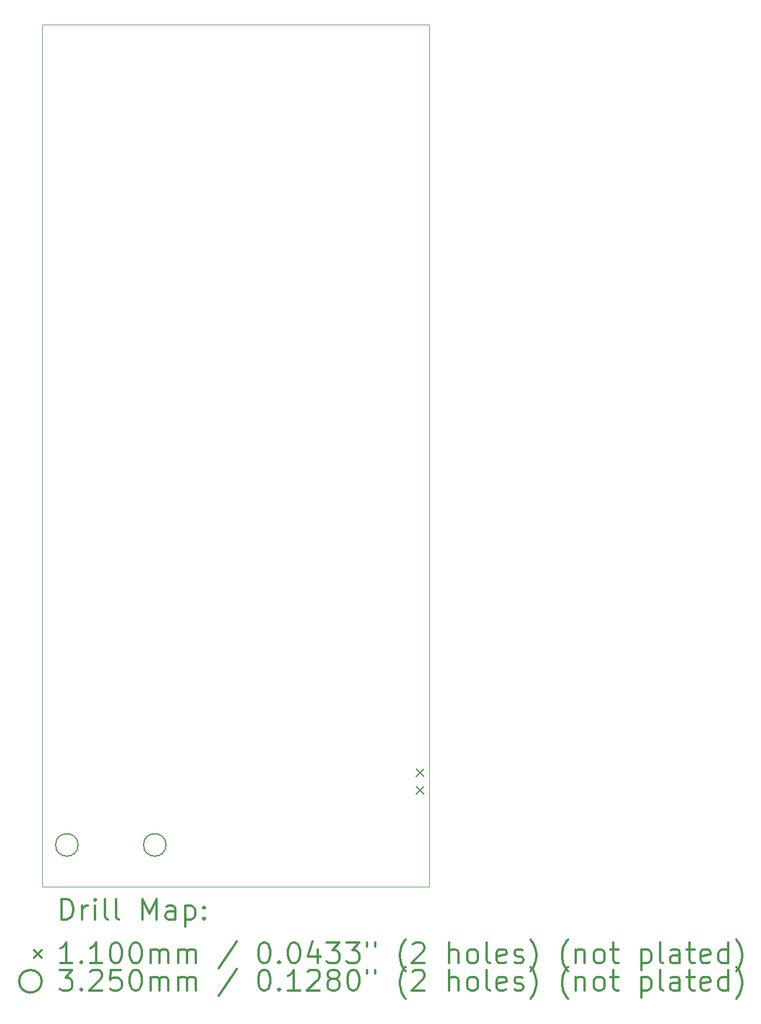
<source format=gbr>
%FSLAX45Y45*%
G04 Gerber Fmt 4.5, Leading zero omitted, Abs format (unit mm)*
G04 Created by KiCad (PCBNEW (5.1.10-1-10_14)) date 2021-11-12 14:24:27*
%MOMM*%
%LPD*%
G01*
G04 APERTURE LIST*
%TA.AperFunction,Profile*%
%ADD10C,0.100000*%
%TD*%
%ADD11C,0.200000*%
%ADD12C,0.300000*%
G04 APERTURE END LIST*
D10*
X10668000Y-4064000D02*
X10668000Y-16510000D01*
X5080000Y-4064000D02*
X10668000Y-4064000D01*
X5080000Y-16510000D02*
X5080000Y-4064000D01*
X5080000Y-16510000D02*
X10668000Y-16510000D01*
D11*
X10486000Y-14804000D02*
X10596000Y-14914000D01*
X10596000Y-14804000D02*
X10486000Y-14914000D01*
X10486000Y-15058000D02*
X10596000Y-15168000D01*
X10596000Y-15058000D02*
X10486000Y-15168000D01*
X5600500Y-15903000D02*
G75*
G03*
X5600500Y-15903000I-162500J0D01*
G01*
X6870500Y-15903000D02*
G75*
G03*
X6870500Y-15903000I-162500J0D01*
G01*
D12*
X5361428Y-16980714D02*
X5361428Y-16680714D01*
X5432857Y-16680714D01*
X5475714Y-16695000D01*
X5504286Y-16723571D01*
X5518571Y-16752143D01*
X5532857Y-16809286D01*
X5532857Y-16852143D01*
X5518571Y-16909286D01*
X5504286Y-16937857D01*
X5475714Y-16966429D01*
X5432857Y-16980714D01*
X5361428Y-16980714D01*
X5661428Y-16980714D02*
X5661428Y-16780714D01*
X5661428Y-16837857D02*
X5675714Y-16809286D01*
X5690000Y-16795000D01*
X5718571Y-16780714D01*
X5747143Y-16780714D01*
X5847143Y-16980714D02*
X5847143Y-16780714D01*
X5847143Y-16680714D02*
X5832857Y-16695000D01*
X5847143Y-16709286D01*
X5861428Y-16695000D01*
X5847143Y-16680714D01*
X5847143Y-16709286D01*
X6032857Y-16980714D02*
X6004286Y-16966429D01*
X5990000Y-16937857D01*
X5990000Y-16680714D01*
X6190000Y-16980714D02*
X6161428Y-16966429D01*
X6147143Y-16937857D01*
X6147143Y-16680714D01*
X6532857Y-16980714D02*
X6532857Y-16680714D01*
X6632857Y-16895000D01*
X6732857Y-16680714D01*
X6732857Y-16980714D01*
X7004286Y-16980714D02*
X7004286Y-16823572D01*
X6990000Y-16795000D01*
X6961428Y-16780714D01*
X6904286Y-16780714D01*
X6875714Y-16795000D01*
X7004286Y-16966429D02*
X6975714Y-16980714D01*
X6904286Y-16980714D01*
X6875714Y-16966429D01*
X6861428Y-16937857D01*
X6861428Y-16909286D01*
X6875714Y-16880714D01*
X6904286Y-16866429D01*
X6975714Y-16866429D01*
X7004286Y-16852143D01*
X7147143Y-16780714D02*
X7147143Y-17080714D01*
X7147143Y-16795000D02*
X7175714Y-16780714D01*
X7232857Y-16780714D01*
X7261428Y-16795000D01*
X7275714Y-16809286D01*
X7290000Y-16837857D01*
X7290000Y-16923572D01*
X7275714Y-16952143D01*
X7261428Y-16966429D01*
X7232857Y-16980714D01*
X7175714Y-16980714D01*
X7147143Y-16966429D01*
X7418571Y-16952143D02*
X7432857Y-16966429D01*
X7418571Y-16980714D01*
X7404286Y-16966429D01*
X7418571Y-16952143D01*
X7418571Y-16980714D01*
X7418571Y-16795000D02*
X7432857Y-16809286D01*
X7418571Y-16823572D01*
X7404286Y-16809286D01*
X7418571Y-16795000D01*
X7418571Y-16823572D01*
X4965000Y-17420000D02*
X5075000Y-17530000D01*
X5075000Y-17420000D02*
X4965000Y-17530000D01*
X5518571Y-17610714D02*
X5347143Y-17610714D01*
X5432857Y-17610714D02*
X5432857Y-17310714D01*
X5404286Y-17353572D01*
X5375714Y-17382143D01*
X5347143Y-17396429D01*
X5647143Y-17582143D02*
X5661428Y-17596429D01*
X5647143Y-17610714D01*
X5632857Y-17596429D01*
X5647143Y-17582143D01*
X5647143Y-17610714D01*
X5947143Y-17610714D02*
X5775714Y-17610714D01*
X5861428Y-17610714D02*
X5861428Y-17310714D01*
X5832857Y-17353572D01*
X5804286Y-17382143D01*
X5775714Y-17396429D01*
X6132857Y-17310714D02*
X6161428Y-17310714D01*
X6190000Y-17325000D01*
X6204286Y-17339286D01*
X6218571Y-17367857D01*
X6232857Y-17425000D01*
X6232857Y-17496429D01*
X6218571Y-17553572D01*
X6204286Y-17582143D01*
X6190000Y-17596429D01*
X6161428Y-17610714D01*
X6132857Y-17610714D01*
X6104286Y-17596429D01*
X6090000Y-17582143D01*
X6075714Y-17553572D01*
X6061428Y-17496429D01*
X6061428Y-17425000D01*
X6075714Y-17367857D01*
X6090000Y-17339286D01*
X6104286Y-17325000D01*
X6132857Y-17310714D01*
X6418571Y-17310714D02*
X6447143Y-17310714D01*
X6475714Y-17325000D01*
X6490000Y-17339286D01*
X6504286Y-17367857D01*
X6518571Y-17425000D01*
X6518571Y-17496429D01*
X6504286Y-17553572D01*
X6490000Y-17582143D01*
X6475714Y-17596429D01*
X6447143Y-17610714D01*
X6418571Y-17610714D01*
X6390000Y-17596429D01*
X6375714Y-17582143D01*
X6361428Y-17553572D01*
X6347143Y-17496429D01*
X6347143Y-17425000D01*
X6361428Y-17367857D01*
X6375714Y-17339286D01*
X6390000Y-17325000D01*
X6418571Y-17310714D01*
X6647143Y-17610714D02*
X6647143Y-17410714D01*
X6647143Y-17439286D02*
X6661428Y-17425000D01*
X6690000Y-17410714D01*
X6732857Y-17410714D01*
X6761428Y-17425000D01*
X6775714Y-17453572D01*
X6775714Y-17610714D01*
X6775714Y-17453572D02*
X6790000Y-17425000D01*
X6818571Y-17410714D01*
X6861428Y-17410714D01*
X6890000Y-17425000D01*
X6904286Y-17453572D01*
X6904286Y-17610714D01*
X7047143Y-17610714D02*
X7047143Y-17410714D01*
X7047143Y-17439286D02*
X7061428Y-17425000D01*
X7090000Y-17410714D01*
X7132857Y-17410714D01*
X7161428Y-17425000D01*
X7175714Y-17453572D01*
X7175714Y-17610714D01*
X7175714Y-17453572D02*
X7190000Y-17425000D01*
X7218571Y-17410714D01*
X7261428Y-17410714D01*
X7290000Y-17425000D01*
X7304286Y-17453572D01*
X7304286Y-17610714D01*
X7890000Y-17296429D02*
X7632857Y-17682143D01*
X8275714Y-17310714D02*
X8304286Y-17310714D01*
X8332857Y-17325000D01*
X8347143Y-17339286D01*
X8361428Y-17367857D01*
X8375714Y-17425000D01*
X8375714Y-17496429D01*
X8361428Y-17553572D01*
X8347143Y-17582143D01*
X8332857Y-17596429D01*
X8304286Y-17610714D01*
X8275714Y-17610714D01*
X8247143Y-17596429D01*
X8232857Y-17582143D01*
X8218571Y-17553572D01*
X8204286Y-17496429D01*
X8204286Y-17425000D01*
X8218571Y-17367857D01*
X8232857Y-17339286D01*
X8247143Y-17325000D01*
X8275714Y-17310714D01*
X8504286Y-17582143D02*
X8518571Y-17596429D01*
X8504286Y-17610714D01*
X8490000Y-17596429D01*
X8504286Y-17582143D01*
X8504286Y-17610714D01*
X8704286Y-17310714D02*
X8732857Y-17310714D01*
X8761428Y-17325000D01*
X8775714Y-17339286D01*
X8790000Y-17367857D01*
X8804286Y-17425000D01*
X8804286Y-17496429D01*
X8790000Y-17553572D01*
X8775714Y-17582143D01*
X8761428Y-17596429D01*
X8732857Y-17610714D01*
X8704286Y-17610714D01*
X8675714Y-17596429D01*
X8661428Y-17582143D01*
X8647143Y-17553572D01*
X8632857Y-17496429D01*
X8632857Y-17425000D01*
X8647143Y-17367857D01*
X8661428Y-17339286D01*
X8675714Y-17325000D01*
X8704286Y-17310714D01*
X9061428Y-17410714D02*
X9061428Y-17610714D01*
X8990000Y-17296429D02*
X8918571Y-17510714D01*
X9104286Y-17510714D01*
X9190000Y-17310714D02*
X9375714Y-17310714D01*
X9275714Y-17425000D01*
X9318571Y-17425000D01*
X9347143Y-17439286D01*
X9361428Y-17453572D01*
X9375714Y-17482143D01*
X9375714Y-17553572D01*
X9361428Y-17582143D01*
X9347143Y-17596429D01*
X9318571Y-17610714D01*
X9232857Y-17610714D01*
X9204286Y-17596429D01*
X9190000Y-17582143D01*
X9475714Y-17310714D02*
X9661428Y-17310714D01*
X9561428Y-17425000D01*
X9604286Y-17425000D01*
X9632857Y-17439286D01*
X9647143Y-17453572D01*
X9661428Y-17482143D01*
X9661428Y-17553572D01*
X9647143Y-17582143D01*
X9632857Y-17596429D01*
X9604286Y-17610714D01*
X9518571Y-17610714D01*
X9490000Y-17596429D01*
X9475714Y-17582143D01*
X9775714Y-17310714D02*
X9775714Y-17367857D01*
X9890000Y-17310714D02*
X9890000Y-17367857D01*
X10332857Y-17725000D02*
X10318571Y-17710714D01*
X10290000Y-17667857D01*
X10275714Y-17639286D01*
X10261428Y-17596429D01*
X10247143Y-17525000D01*
X10247143Y-17467857D01*
X10261428Y-17396429D01*
X10275714Y-17353572D01*
X10290000Y-17325000D01*
X10318571Y-17282143D01*
X10332857Y-17267857D01*
X10432857Y-17339286D02*
X10447143Y-17325000D01*
X10475714Y-17310714D01*
X10547143Y-17310714D01*
X10575714Y-17325000D01*
X10590000Y-17339286D01*
X10604286Y-17367857D01*
X10604286Y-17396429D01*
X10590000Y-17439286D01*
X10418571Y-17610714D01*
X10604286Y-17610714D01*
X10961428Y-17610714D02*
X10961428Y-17310714D01*
X11090000Y-17610714D02*
X11090000Y-17453572D01*
X11075714Y-17425000D01*
X11047143Y-17410714D01*
X11004286Y-17410714D01*
X10975714Y-17425000D01*
X10961428Y-17439286D01*
X11275714Y-17610714D02*
X11247143Y-17596429D01*
X11232857Y-17582143D01*
X11218571Y-17553572D01*
X11218571Y-17467857D01*
X11232857Y-17439286D01*
X11247143Y-17425000D01*
X11275714Y-17410714D01*
X11318571Y-17410714D01*
X11347143Y-17425000D01*
X11361428Y-17439286D01*
X11375714Y-17467857D01*
X11375714Y-17553572D01*
X11361428Y-17582143D01*
X11347143Y-17596429D01*
X11318571Y-17610714D01*
X11275714Y-17610714D01*
X11547143Y-17610714D02*
X11518571Y-17596429D01*
X11504286Y-17567857D01*
X11504286Y-17310714D01*
X11775714Y-17596429D02*
X11747143Y-17610714D01*
X11690000Y-17610714D01*
X11661428Y-17596429D01*
X11647143Y-17567857D01*
X11647143Y-17453572D01*
X11661428Y-17425000D01*
X11690000Y-17410714D01*
X11747143Y-17410714D01*
X11775714Y-17425000D01*
X11790000Y-17453572D01*
X11790000Y-17482143D01*
X11647143Y-17510714D01*
X11904286Y-17596429D02*
X11932857Y-17610714D01*
X11990000Y-17610714D01*
X12018571Y-17596429D01*
X12032857Y-17567857D01*
X12032857Y-17553572D01*
X12018571Y-17525000D01*
X11990000Y-17510714D01*
X11947143Y-17510714D01*
X11918571Y-17496429D01*
X11904286Y-17467857D01*
X11904286Y-17453572D01*
X11918571Y-17425000D01*
X11947143Y-17410714D01*
X11990000Y-17410714D01*
X12018571Y-17425000D01*
X12132857Y-17725000D02*
X12147143Y-17710714D01*
X12175714Y-17667857D01*
X12190000Y-17639286D01*
X12204286Y-17596429D01*
X12218571Y-17525000D01*
X12218571Y-17467857D01*
X12204286Y-17396429D01*
X12190000Y-17353572D01*
X12175714Y-17325000D01*
X12147143Y-17282143D01*
X12132857Y-17267857D01*
X12675714Y-17725000D02*
X12661428Y-17710714D01*
X12632857Y-17667857D01*
X12618571Y-17639286D01*
X12604286Y-17596429D01*
X12590000Y-17525000D01*
X12590000Y-17467857D01*
X12604286Y-17396429D01*
X12618571Y-17353572D01*
X12632857Y-17325000D01*
X12661428Y-17282143D01*
X12675714Y-17267857D01*
X12790000Y-17410714D02*
X12790000Y-17610714D01*
X12790000Y-17439286D02*
X12804286Y-17425000D01*
X12832857Y-17410714D01*
X12875714Y-17410714D01*
X12904286Y-17425000D01*
X12918571Y-17453572D01*
X12918571Y-17610714D01*
X13104286Y-17610714D02*
X13075714Y-17596429D01*
X13061428Y-17582143D01*
X13047143Y-17553572D01*
X13047143Y-17467857D01*
X13061428Y-17439286D01*
X13075714Y-17425000D01*
X13104286Y-17410714D01*
X13147143Y-17410714D01*
X13175714Y-17425000D01*
X13190000Y-17439286D01*
X13204286Y-17467857D01*
X13204286Y-17553572D01*
X13190000Y-17582143D01*
X13175714Y-17596429D01*
X13147143Y-17610714D01*
X13104286Y-17610714D01*
X13290000Y-17410714D02*
X13404286Y-17410714D01*
X13332857Y-17310714D02*
X13332857Y-17567857D01*
X13347143Y-17596429D01*
X13375714Y-17610714D01*
X13404286Y-17610714D01*
X13732857Y-17410714D02*
X13732857Y-17710714D01*
X13732857Y-17425000D02*
X13761428Y-17410714D01*
X13818571Y-17410714D01*
X13847143Y-17425000D01*
X13861428Y-17439286D01*
X13875714Y-17467857D01*
X13875714Y-17553572D01*
X13861428Y-17582143D01*
X13847143Y-17596429D01*
X13818571Y-17610714D01*
X13761428Y-17610714D01*
X13732857Y-17596429D01*
X14047143Y-17610714D02*
X14018571Y-17596429D01*
X14004286Y-17567857D01*
X14004286Y-17310714D01*
X14290000Y-17610714D02*
X14290000Y-17453572D01*
X14275714Y-17425000D01*
X14247143Y-17410714D01*
X14190000Y-17410714D01*
X14161428Y-17425000D01*
X14290000Y-17596429D02*
X14261428Y-17610714D01*
X14190000Y-17610714D01*
X14161428Y-17596429D01*
X14147143Y-17567857D01*
X14147143Y-17539286D01*
X14161428Y-17510714D01*
X14190000Y-17496429D01*
X14261428Y-17496429D01*
X14290000Y-17482143D01*
X14390000Y-17410714D02*
X14504286Y-17410714D01*
X14432857Y-17310714D02*
X14432857Y-17567857D01*
X14447143Y-17596429D01*
X14475714Y-17610714D01*
X14504286Y-17610714D01*
X14718571Y-17596429D02*
X14690000Y-17610714D01*
X14632857Y-17610714D01*
X14604286Y-17596429D01*
X14590000Y-17567857D01*
X14590000Y-17453572D01*
X14604286Y-17425000D01*
X14632857Y-17410714D01*
X14690000Y-17410714D01*
X14718571Y-17425000D01*
X14732857Y-17453572D01*
X14732857Y-17482143D01*
X14590000Y-17510714D01*
X14990000Y-17610714D02*
X14990000Y-17310714D01*
X14990000Y-17596429D02*
X14961428Y-17610714D01*
X14904286Y-17610714D01*
X14875714Y-17596429D01*
X14861428Y-17582143D01*
X14847143Y-17553572D01*
X14847143Y-17467857D01*
X14861428Y-17439286D01*
X14875714Y-17425000D01*
X14904286Y-17410714D01*
X14961428Y-17410714D01*
X14990000Y-17425000D01*
X15104286Y-17725000D02*
X15118571Y-17710714D01*
X15147143Y-17667857D01*
X15161428Y-17639286D01*
X15175714Y-17596429D01*
X15190000Y-17525000D01*
X15190000Y-17467857D01*
X15175714Y-17396429D01*
X15161428Y-17353572D01*
X15147143Y-17325000D01*
X15118571Y-17282143D01*
X15104286Y-17267857D01*
X5075000Y-17871000D02*
G75*
G03*
X5075000Y-17871000I-162500J0D01*
G01*
X5332857Y-17706714D02*
X5518571Y-17706714D01*
X5418571Y-17821000D01*
X5461428Y-17821000D01*
X5490000Y-17835286D01*
X5504286Y-17849572D01*
X5518571Y-17878143D01*
X5518571Y-17949572D01*
X5504286Y-17978143D01*
X5490000Y-17992429D01*
X5461428Y-18006714D01*
X5375714Y-18006714D01*
X5347143Y-17992429D01*
X5332857Y-17978143D01*
X5647143Y-17978143D02*
X5661428Y-17992429D01*
X5647143Y-18006714D01*
X5632857Y-17992429D01*
X5647143Y-17978143D01*
X5647143Y-18006714D01*
X5775714Y-17735286D02*
X5790000Y-17721000D01*
X5818571Y-17706714D01*
X5890000Y-17706714D01*
X5918571Y-17721000D01*
X5932857Y-17735286D01*
X5947143Y-17763857D01*
X5947143Y-17792429D01*
X5932857Y-17835286D01*
X5761428Y-18006714D01*
X5947143Y-18006714D01*
X6218571Y-17706714D02*
X6075714Y-17706714D01*
X6061428Y-17849572D01*
X6075714Y-17835286D01*
X6104286Y-17821000D01*
X6175714Y-17821000D01*
X6204286Y-17835286D01*
X6218571Y-17849572D01*
X6232857Y-17878143D01*
X6232857Y-17949572D01*
X6218571Y-17978143D01*
X6204286Y-17992429D01*
X6175714Y-18006714D01*
X6104286Y-18006714D01*
X6075714Y-17992429D01*
X6061428Y-17978143D01*
X6418571Y-17706714D02*
X6447143Y-17706714D01*
X6475714Y-17721000D01*
X6490000Y-17735286D01*
X6504286Y-17763857D01*
X6518571Y-17821000D01*
X6518571Y-17892429D01*
X6504286Y-17949572D01*
X6490000Y-17978143D01*
X6475714Y-17992429D01*
X6447143Y-18006714D01*
X6418571Y-18006714D01*
X6390000Y-17992429D01*
X6375714Y-17978143D01*
X6361428Y-17949572D01*
X6347143Y-17892429D01*
X6347143Y-17821000D01*
X6361428Y-17763857D01*
X6375714Y-17735286D01*
X6390000Y-17721000D01*
X6418571Y-17706714D01*
X6647143Y-18006714D02*
X6647143Y-17806714D01*
X6647143Y-17835286D02*
X6661428Y-17821000D01*
X6690000Y-17806714D01*
X6732857Y-17806714D01*
X6761428Y-17821000D01*
X6775714Y-17849572D01*
X6775714Y-18006714D01*
X6775714Y-17849572D02*
X6790000Y-17821000D01*
X6818571Y-17806714D01*
X6861428Y-17806714D01*
X6890000Y-17821000D01*
X6904286Y-17849572D01*
X6904286Y-18006714D01*
X7047143Y-18006714D02*
X7047143Y-17806714D01*
X7047143Y-17835286D02*
X7061428Y-17821000D01*
X7090000Y-17806714D01*
X7132857Y-17806714D01*
X7161428Y-17821000D01*
X7175714Y-17849572D01*
X7175714Y-18006714D01*
X7175714Y-17849572D02*
X7190000Y-17821000D01*
X7218571Y-17806714D01*
X7261428Y-17806714D01*
X7290000Y-17821000D01*
X7304286Y-17849572D01*
X7304286Y-18006714D01*
X7890000Y-17692429D02*
X7632857Y-18078143D01*
X8275714Y-17706714D02*
X8304286Y-17706714D01*
X8332857Y-17721000D01*
X8347143Y-17735286D01*
X8361428Y-17763857D01*
X8375714Y-17821000D01*
X8375714Y-17892429D01*
X8361428Y-17949572D01*
X8347143Y-17978143D01*
X8332857Y-17992429D01*
X8304286Y-18006714D01*
X8275714Y-18006714D01*
X8247143Y-17992429D01*
X8232857Y-17978143D01*
X8218571Y-17949572D01*
X8204286Y-17892429D01*
X8204286Y-17821000D01*
X8218571Y-17763857D01*
X8232857Y-17735286D01*
X8247143Y-17721000D01*
X8275714Y-17706714D01*
X8504286Y-17978143D02*
X8518571Y-17992429D01*
X8504286Y-18006714D01*
X8490000Y-17992429D01*
X8504286Y-17978143D01*
X8504286Y-18006714D01*
X8804286Y-18006714D02*
X8632857Y-18006714D01*
X8718571Y-18006714D02*
X8718571Y-17706714D01*
X8690000Y-17749572D01*
X8661428Y-17778143D01*
X8632857Y-17792429D01*
X8918571Y-17735286D02*
X8932857Y-17721000D01*
X8961428Y-17706714D01*
X9032857Y-17706714D01*
X9061428Y-17721000D01*
X9075714Y-17735286D01*
X9090000Y-17763857D01*
X9090000Y-17792429D01*
X9075714Y-17835286D01*
X8904286Y-18006714D01*
X9090000Y-18006714D01*
X9261428Y-17835286D02*
X9232857Y-17821000D01*
X9218571Y-17806714D01*
X9204286Y-17778143D01*
X9204286Y-17763857D01*
X9218571Y-17735286D01*
X9232857Y-17721000D01*
X9261428Y-17706714D01*
X9318571Y-17706714D01*
X9347143Y-17721000D01*
X9361428Y-17735286D01*
X9375714Y-17763857D01*
X9375714Y-17778143D01*
X9361428Y-17806714D01*
X9347143Y-17821000D01*
X9318571Y-17835286D01*
X9261428Y-17835286D01*
X9232857Y-17849572D01*
X9218571Y-17863857D01*
X9204286Y-17892429D01*
X9204286Y-17949572D01*
X9218571Y-17978143D01*
X9232857Y-17992429D01*
X9261428Y-18006714D01*
X9318571Y-18006714D01*
X9347143Y-17992429D01*
X9361428Y-17978143D01*
X9375714Y-17949572D01*
X9375714Y-17892429D01*
X9361428Y-17863857D01*
X9347143Y-17849572D01*
X9318571Y-17835286D01*
X9561428Y-17706714D02*
X9590000Y-17706714D01*
X9618571Y-17721000D01*
X9632857Y-17735286D01*
X9647143Y-17763857D01*
X9661428Y-17821000D01*
X9661428Y-17892429D01*
X9647143Y-17949572D01*
X9632857Y-17978143D01*
X9618571Y-17992429D01*
X9590000Y-18006714D01*
X9561428Y-18006714D01*
X9532857Y-17992429D01*
X9518571Y-17978143D01*
X9504286Y-17949572D01*
X9490000Y-17892429D01*
X9490000Y-17821000D01*
X9504286Y-17763857D01*
X9518571Y-17735286D01*
X9532857Y-17721000D01*
X9561428Y-17706714D01*
X9775714Y-17706714D02*
X9775714Y-17763857D01*
X9890000Y-17706714D02*
X9890000Y-17763857D01*
X10332857Y-18121000D02*
X10318571Y-18106714D01*
X10290000Y-18063857D01*
X10275714Y-18035286D01*
X10261428Y-17992429D01*
X10247143Y-17921000D01*
X10247143Y-17863857D01*
X10261428Y-17792429D01*
X10275714Y-17749572D01*
X10290000Y-17721000D01*
X10318571Y-17678143D01*
X10332857Y-17663857D01*
X10432857Y-17735286D02*
X10447143Y-17721000D01*
X10475714Y-17706714D01*
X10547143Y-17706714D01*
X10575714Y-17721000D01*
X10590000Y-17735286D01*
X10604286Y-17763857D01*
X10604286Y-17792429D01*
X10590000Y-17835286D01*
X10418571Y-18006714D01*
X10604286Y-18006714D01*
X10961428Y-18006714D02*
X10961428Y-17706714D01*
X11090000Y-18006714D02*
X11090000Y-17849572D01*
X11075714Y-17821000D01*
X11047143Y-17806714D01*
X11004286Y-17806714D01*
X10975714Y-17821000D01*
X10961428Y-17835286D01*
X11275714Y-18006714D02*
X11247143Y-17992429D01*
X11232857Y-17978143D01*
X11218571Y-17949572D01*
X11218571Y-17863857D01*
X11232857Y-17835286D01*
X11247143Y-17821000D01*
X11275714Y-17806714D01*
X11318571Y-17806714D01*
X11347143Y-17821000D01*
X11361428Y-17835286D01*
X11375714Y-17863857D01*
X11375714Y-17949572D01*
X11361428Y-17978143D01*
X11347143Y-17992429D01*
X11318571Y-18006714D01*
X11275714Y-18006714D01*
X11547143Y-18006714D02*
X11518571Y-17992429D01*
X11504286Y-17963857D01*
X11504286Y-17706714D01*
X11775714Y-17992429D02*
X11747143Y-18006714D01*
X11690000Y-18006714D01*
X11661428Y-17992429D01*
X11647143Y-17963857D01*
X11647143Y-17849572D01*
X11661428Y-17821000D01*
X11690000Y-17806714D01*
X11747143Y-17806714D01*
X11775714Y-17821000D01*
X11790000Y-17849572D01*
X11790000Y-17878143D01*
X11647143Y-17906714D01*
X11904286Y-17992429D02*
X11932857Y-18006714D01*
X11990000Y-18006714D01*
X12018571Y-17992429D01*
X12032857Y-17963857D01*
X12032857Y-17949572D01*
X12018571Y-17921000D01*
X11990000Y-17906714D01*
X11947143Y-17906714D01*
X11918571Y-17892429D01*
X11904286Y-17863857D01*
X11904286Y-17849572D01*
X11918571Y-17821000D01*
X11947143Y-17806714D01*
X11990000Y-17806714D01*
X12018571Y-17821000D01*
X12132857Y-18121000D02*
X12147143Y-18106714D01*
X12175714Y-18063857D01*
X12190000Y-18035286D01*
X12204286Y-17992429D01*
X12218571Y-17921000D01*
X12218571Y-17863857D01*
X12204286Y-17792429D01*
X12190000Y-17749572D01*
X12175714Y-17721000D01*
X12147143Y-17678143D01*
X12132857Y-17663857D01*
X12675714Y-18121000D02*
X12661428Y-18106714D01*
X12632857Y-18063857D01*
X12618571Y-18035286D01*
X12604286Y-17992429D01*
X12590000Y-17921000D01*
X12590000Y-17863857D01*
X12604286Y-17792429D01*
X12618571Y-17749572D01*
X12632857Y-17721000D01*
X12661428Y-17678143D01*
X12675714Y-17663857D01*
X12790000Y-17806714D02*
X12790000Y-18006714D01*
X12790000Y-17835286D02*
X12804286Y-17821000D01*
X12832857Y-17806714D01*
X12875714Y-17806714D01*
X12904286Y-17821000D01*
X12918571Y-17849572D01*
X12918571Y-18006714D01*
X13104286Y-18006714D02*
X13075714Y-17992429D01*
X13061428Y-17978143D01*
X13047143Y-17949572D01*
X13047143Y-17863857D01*
X13061428Y-17835286D01*
X13075714Y-17821000D01*
X13104286Y-17806714D01*
X13147143Y-17806714D01*
X13175714Y-17821000D01*
X13190000Y-17835286D01*
X13204286Y-17863857D01*
X13204286Y-17949572D01*
X13190000Y-17978143D01*
X13175714Y-17992429D01*
X13147143Y-18006714D01*
X13104286Y-18006714D01*
X13290000Y-17806714D02*
X13404286Y-17806714D01*
X13332857Y-17706714D02*
X13332857Y-17963857D01*
X13347143Y-17992429D01*
X13375714Y-18006714D01*
X13404286Y-18006714D01*
X13732857Y-17806714D02*
X13732857Y-18106714D01*
X13732857Y-17821000D02*
X13761428Y-17806714D01*
X13818571Y-17806714D01*
X13847143Y-17821000D01*
X13861428Y-17835286D01*
X13875714Y-17863857D01*
X13875714Y-17949572D01*
X13861428Y-17978143D01*
X13847143Y-17992429D01*
X13818571Y-18006714D01*
X13761428Y-18006714D01*
X13732857Y-17992429D01*
X14047143Y-18006714D02*
X14018571Y-17992429D01*
X14004286Y-17963857D01*
X14004286Y-17706714D01*
X14290000Y-18006714D02*
X14290000Y-17849572D01*
X14275714Y-17821000D01*
X14247143Y-17806714D01*
X14190000Y-17806714D01*
X14161428Y-17821000D01*
X14290000Y-17992429D02*
X14261428Y-18006714D01*
X14190000Y-18006714D01*
X14161428Y-17992429D01*
X14147143Y-17963857D01*
X14147143Y-17935286D01*
X14161428Y-17906714D01*
X14190000Y-17892429D01*
X14261428Y-17892429D01*
X14290000Y-17878143D01*
X14390000Y-17806714D02*
X14504286Y-17806714D01*
X14432857Y-17706714D02*
X14432857Y-17963857D01*
X14447143Y-17992429D01*
X14475714Y-18006714D01*
X14504286Y-18006714D01*
X14718571Y-17992429D02*
X14690000Y-18006714D01*
X14632857Y-18006714D01*
X14604286Y-17992429D01*
X14590000Y-17963857D01*
X14590000Y-17849572D01*
X14604286Y-17821000D01*
X14632857Y-17806714D01*
X14690000Y-17806714D01*
X14718571Y-17821000D01*
X14732857Y-17849572D01*
X14732857Y-17878143D01*
X14590000Y-17906714D01*
X14990000Y-18006714D02*
X14990000Y-17706714D01*
X14990000Y-17992429D02*
X14961428Y-18006714D01*
X14904286Y-18006714D01*
X14875714Y-17992429D01*
X14861428Y-17978143D01*
X14847143Y-17949572D01*
X14847143Y-17863857D01*
X14861428Y-17835286D01*
X14875714Y-17821000D01*
X14904286Y-17806714D01*
X14961428Y-17806714D01*
X14990000Y-17821000D01*
X15104286Y-18121000D02*
X15118571Y-18106714D01*
X15147143Y-18063857D01*
X15161428Y-18035286D01*
X15175714Y-17992429D01*
X15190000Y-17921000D01*
X15190000Y-17863857D01*
X15175714Y-17792429D01*
X15161428Y-17749572D01*
X15147143Y-17721000D01*
X15118571Y-17678143D01*
X15104286Y-17663857D01*
M02*

</source>
